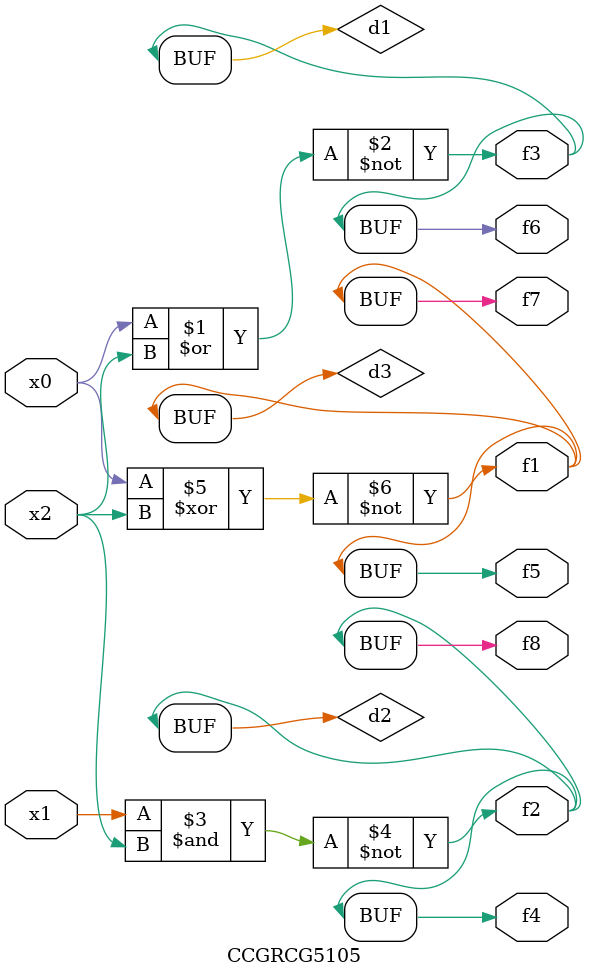
<source format=v>
module CCGRCG5105(
	input x0, x1, x2,
	output f1, f2, f3, f4, f5, f6, f7, f8
);

	wire d1, d2, d3;

	nor (d1, x0, x2);
	nand (d2, x1, x2);
	xnor (d3, x0, x2);
	assign f1 = d3;
	assign f2 = d2;
	assign f3 = d1;
	assign f4 = d2;
	assign f5 = d3;
	assign f6 = d1;
	assign f7 = d3;
	assign f8 = d2;
endmodule

</source>
